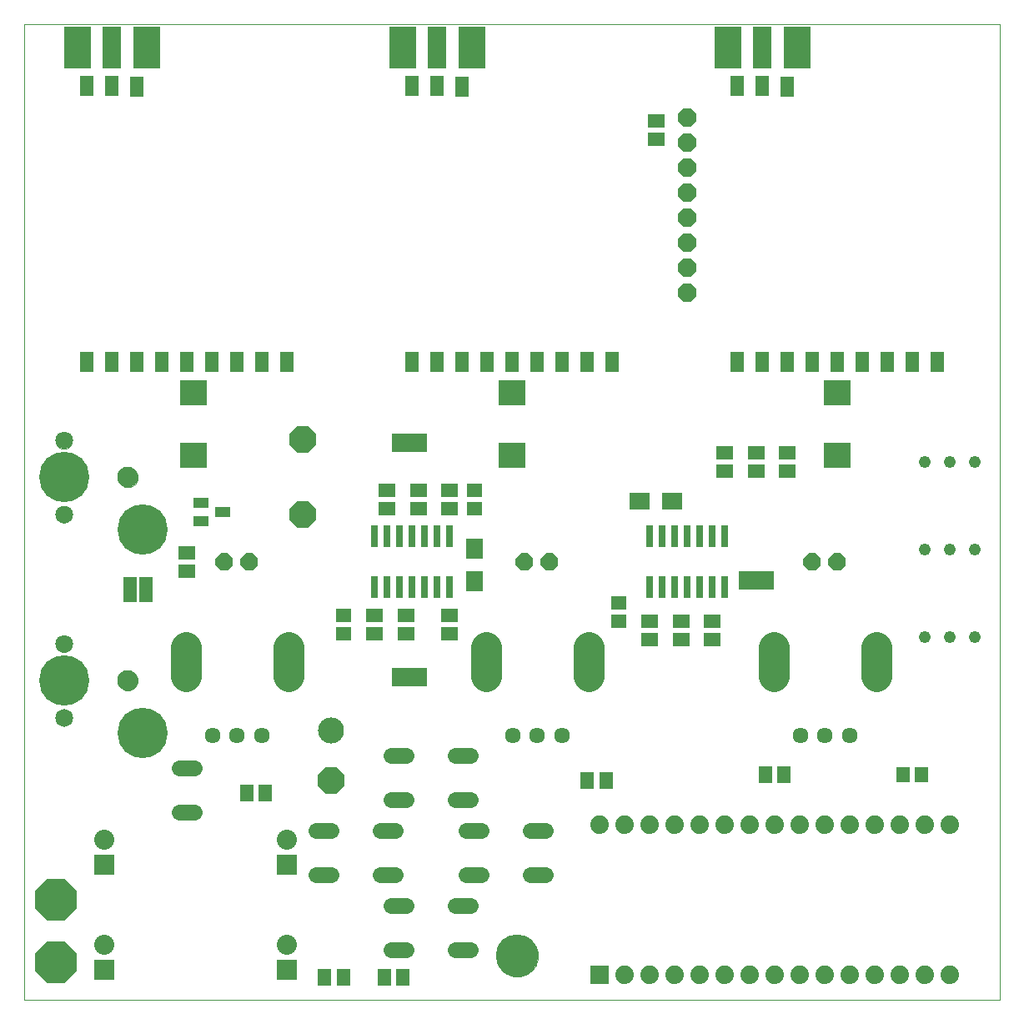
<source format=gts>
G75*
%MOIN*%
%OFA0B0*%
%FSLAX24Y24*%
%IPPOS*%
%LPD*%
%AMOC8*
5,1,8,0,0,1.08239X$1,22.5*
%
%ADD10C,0.0000*%
%ADD11C,0.1694*%
%ADD12R,0.0276X0.0906*%
%ADD13R,0.0670X0.0788*%
%ADD14R,0.0670X0.0552*%
%ADD15C,0.0480*%
%ADD16R,0.0740X0.0740*%
%ADD17C,0.0740*%
%ADD18R,0.1103X0.1044*%
%ADD19OC8,0.1040*%
%ADD20R,0.0552X0.0670*%
%ADD21OC8,0.0700*%
%ADD22R,0.0788X0.0670*%
%ADD23R,0.0552X0.0827*%
%ADD24C,0.0634*%
%ADD25R,0.0800X0.0800*%
%ADD26C,0.0800*%
%ADD27OC8,0.0740*%
%ADD28OC8,0.1680*%
%ADD29R,0.1390X0.0740*%
%ADD30C,0.1221*%
%ADD31C,0.0634*%
%ADD32C,0.2009*%
%ADD33C,0.0709*%
%ADD34C,0.0827*%
%ADD35R,0.0740X0.1690*%
%ADD36R,0.1090X0.1690*%
%ADD37R,0.0540X0.1040*%
%ADD38R,0.0631X0.0552*%
%ADD39R,0.0552X0.0631*%
%ADD40C,0.1040*%
%ADD41C,0.0640*%
%ADD42R,0.0591X0.0434*%
D10*
X003644Y000150D02*
X003644Y039150D01*
X042644Y039150D01*
X042644Y000150D01*
X003644Y000150D01*
X004884Y011424D02*
X004886Y011460D01*
X004892Y011496D01*
X004902Y011531D01*
X004915Y011565D01*
X004932Y011597D01*
X004952Y011627D01*
X004976Y011654D01*
X005002Y011679D01*
X005031Y011701D01*
X005062Y011720D01*
X005095Y011735D01*
X005129Y011747D01*
X005165Y011755D01*
X005201Y011759D01*
X005237Y011759D01*
X005273Y011755D01*
X005309Y011747D01*
X005343Y011735D01*
X005376Y011720D01*
X005407Y011701D01*
X005436Y011679D01*
X005462Y011654D01*
X005486Y011627D01*
X005506Y011597D01*
X005523Y011565D01*
X005536Y011531D01*
X005546Y011496D01*
X005552Y011460D01*
X005554Y011424D01*
X005552Y011388D01*
X005546Y011352D01*
X005536Y011317D01*
X005523Y011283D01*
X005506Y011251D01*
X005486Y011221D01*
X005462Y011194D01*
X005436Y011169D01*
X005407Y011147D01*
X005376Y011128D01*
X005343Y011113D01*
X005309Y011101D01*
X005273Y011093D01*
X005237Y011089D01*
X005201Y011089D01*
X005165Y011093D01*
X005129Y011101D01*
X005095Y011113D01*
X005062Y011128D01*
X005031Y011147D01*
X005002Y011169D01*
X004976Y011194D01*
X004952Y011221D01*
X004932Y011251D01*
X004915Y011283D01*
X004902Y011317D01*
X004892Y011352D01*
X004886Y011388D01*
X004884Y011424D01*
X007384Y012900D02*
X007386Y012939D01*
X007392Y012978D01*
X007402Y013016D01*
X007415Y013053D01*
X007432Y013088D01*
X007452Y013122D01*
X007476Y013153D01*
X007503Y013182D01*
X007532Y013208D01*
X007564Y013231D01*
X007598Y013251D01*
X007634Y013267D01*
X007671Y013279D01*
X007710Y013288D01*
X007749Y013293D01*
X007788Y013294D01*
X007827Y013291D01*
X007866Y013284D01*
X007903Y013273D01*
X007940Y013259D01*
X007975Y013241D01*
X008008Y013220D01*
X008039Y013195D01*
X008067Y013168D01*
X008092Y013138D01*
X008114Y013105D01*
X008133Y013071D01*
X008148Y013035D01*
X008160Y012997D01*
X008168Y012959D01*
X008172Y012920D01*
X008172Y012880D01*
X008168Y012841D01*
X008160Y012803D01*
X008148Y012765D01*
X008133Y012729D01*
X008114Y012695D01*
X008092Y012662D01*
X008067Y012632D01*
X008039Y012605D01*
X008008Y012580D01*
X007975Y012559D01*
X007940Y012541D01*
X007903Y012527D01*
X007866Y012516D01*
X007827Y012509D01*
X007788Y012506D01*
X007749Y012507D01*
X007710Y012512D01*
X007671Y012521D01*
X007634Y012533D01*
X007598Y012549D01*
X007564Y012569D01*
X007532Y012592D01*
X007503Y012618D01*
X007476Y012647D01*
X007452Y012678D01*
X007432Y012712D01*
X007415Y012747D01*
X007402Y012784D01*
X007392Y012822D01*
X007386Y012861D01*
X007384Y012900D01*
X004884Y014376D02*
X004886Y014412D01*
X004892Y014448D01*
X004902Y014483D01*
X004915Y014517D01*
X004932Y014549D01*
X004952Y014579D01*
X004976Y014606D01*
X005002Y014631D01*
X005031Y014653D01*
X005062Y014672D01*
X005095Y014687D01*
X005129Y014699D01*
X005165Y014707D01*
X005201Y014711D01*
X005237Y014711D01*
X005273Y014707D01*
X005309Y014699D01*
X005343Y014687D01*
X005376Y014672D01*
X005407Y014653D01*
X005436Y014631D01*
X005462Y014606D01*
X005486Y014579D01*
X005506Y014549D01*
X005523Y014517D01*
X005536Y014483D01*
X005546Y014448D01*
X005552Y014412D01*
X005554Y014376D01*
X005552Y014340D01*
X005546Y014304D01*
X005536Y014269D01*
X005523Y014235D01*
X005506Y014203D01*
X005486Y014173D01*
X005462Y014146D01*
X005436Y014121D01*
X005407Y014099D01*
X005376Y014080D01*
X005343Y014065D01*
X005309Y014053D01*
X005273Y014045D01*
X005237Y014041D01*
X005201Y014041D01*
X005165Y014045D01*
X005129Y014053D01*
X005095Y014065D01*
X005062Y014080D01*
X005031Y014099D01*
X005002Y014121D01*
X004976Y014146D01*
X004952Y014173D01*
X004932Y014203D01*
X004915Y014235D01*
X004902Y014269D01*
X004892Y014304D01*
X004886Y014340D01*
X004884Y014376D01*
X004884Y019549D02*
X004886Y019585D01*
X004892Y019621D01*
X004902Y019656D01*
X004915Y019690D01*
X004932Y019722D01*
X004952Y019752D01*
X004976Y019779D01*
X005002Y019804D01*
X005031Y019826D01*
X005062Y019845D01*
X005095Y019860D01*
X005129Y019872D01*
X005165Y019880D01*
X005201Y019884D01*
X005237Y019884D01*
X005273Y019880D01*
X005309Y019872D01*
X005343Y019860D01*
X005376Y019845D01*
X005407Y019826D01*
X005436Y019804D01*
X005462Y019779D01*
X005486Y019752D01*
X005506Y019722D01*
X005523Y019690D01*
X005536Y019656D01*
X005546Y019621D01*
X005552Y019585D01*
X005554Y019549D01*
X005552Y019513D01*
X005546Y019477D01*
X005536Y019442D01*
X005523Y019408D01*
X005506Y019376D01*
X005486Y019346D01*
X005462Y019319D01*
X005436Y019294D01*
X005407Y019272D01*
X005376Y019253D01*
X005343Y019238D01*
X005309Y019226D01*
X005273Y019218D01*
X005237Y019214D01*
X005201Y019214D01*
X005165Y019218D01*
X005129Y019226D01*
X005095Y019238D01*
X005062Y019253D01*
X005031Y019272D01*
X005002Y019294D01*
X004976Y019319D01*
X004952Y019346D01*
X004932Y019376D01*
X004915Y019408D01*
X004902Y019442D01*
X004892Y019477D01*
X004886Y019513D01*
X004884Y019549D01*
X007384Y021025D02*
X007386Y021064D01*
X007392Y021103D01*
X007402Y021141D01*
X007415Y021178D01*
X007432Y021213D01*
X007452Y021247D01*
X007476Y021278D01*
X007503Y021307D01*
X007532Y021333D01*
X007564Y021356D01*
X007598Y021376D01*
X007634Y021392D01*
X007671Y021404D01*
X007710Y021413D01*
X007749Y021418D01*
X007788Y021419D01*
X007827Y021416D01*
X007866Y021409D01*
X007903Y021398D01*
X007940Y021384D01*
X007975Y021366D01*
X008008Y021345D01*
X008039Y021320D01*
X008067Y021293D01*
X008092Y021263D01*
X008114Y021230D01*
X008133Y021196D01*
X008148Y021160D01*
X008160Y021122D01*
X008168Y021084D01*
X008172Y021045D01*
X008172Y021005D01*
X008168Y020966D01*
X008160Y020928D01*
X008148Y020890D01*
X008133Y020854D01*
X008114Y020820D01*
X008092Y020787D01*
X008067Y020757D01*
X008039Y020730D01*
X008008Y020705D01*
X007975Y020684D01*
X007940Y020666D01*
X007903Y020652D01*
X007866Y020641D01*
X007827Y020634D01*
X007788Y020631D01*
X007749Y020632D01*
X007710Y020637D01*
X007671Y020646D01*
X007634Y020658D01*
X007598Y020674D01*
X007564Y020694D01*
X007532Y020717D01*
X007503Y020743D01*
X007476Y020772D01*
X007452Y020803D01*
X007432Y020837D01*
X007415Y020872D01*
X007402Y020909D01*
X007392Y020947D01*
X007386Y020986D01*
X007384Y021025D01*
X004884Y022501D02*
X004886Y022537D01*
X004892Y022573D01*
X004902Y022608D01*
X004915Y022642D01*
X004932Y022674D01*
X004952Y022704D01*
X004976Y022731D01*
X005002Y022756D01*
X005031Y022778D01*
X005062Y022797D01*
X005095Y022812D01*
X005129Y022824D01*
X005165Y022832D01*
X005201Y022836D01*
X005237Y022836D01*
X005273Y022832D01*
X005309Y022824D01*
X005343Y022812D01*
X005376Y022797D01*
X005407Y022778D01*
X005436Y022756D01*
X005462Y022731D01*
X005486Y022704D01*
X005506Y022674D01*
X005523Y022642D01*
X005536Y022608D01*
X005546Y022573D01*
X005552Y022537D01*
X005554Y022501D01*
X005552Y022465D01*
X005546Y022429D01*
X005536Y022394D01*
X005523Y022360D01*
X005506Y022328D01*
X005486Y022298D01*
X005462Y022271D01*
X005436Y022246D01*
X005407Y022224D01*
X005376Y022205D01*
X005343Y022190D01*
X005309Y022178D01*
X005273Y022170D01*
X005237Y022166D01*
X005201Y022166D01*
X005165Y022170D01*
X005129Y022178D01*
X005095Y022190D01*
X005062Y022205D01*
X005031Y022224D01*
X005002Y022246D01*
X004976Y022271D01*
X004952Y022298D01*
X004932Y022328D01*
X004915Y022360D01*
X004902Y022394D01*
X004892Y022429D01*
X004886Y022465D01*
X004884Y022501D01*
X022517Y001900D02*
X022519Y001957D01*
X022525Y002014D01*
X022535Y002070D01*
X022548Y002126D01*
X022566Y002180D01*
X022587Y002233D01*
X022612Y002284D01*
X022640Y002334D01*
X022672Y002381D01*
X022706Y002427D01*
X022744Y002469D01*
X022785Y002509D01*
X022828Y002547D01*
X022874Y002581D01*
X022922Y002611D01*
X022972Y002639D01*
X023024Y002663D01*
X023078Y002683D01*
X023132Y002699D01*
X023188Y002712D01*
X023244Y002721D01*
X023301Y002726D01*
X023358Y002727D01*
X023415Y002724D01*
X023472Y002717D01*
X023528Y002706D01*
X023583Y002692D01*
X023637Y002673D01*
X023690Y002651D01*
X023741Y002626D01*
X023790Y002596D01*
X023837Y002564D01*
X023882Y002528D01*
X023924Y002490D01*
X023963Y002448D01*
X023999Y002404D01*
X024033Y002358D01*
X024063Y002309D01*
X024089Y002259D01*
X024112Y002207D01*
X024131Y002153D01*
X024147Y002098D01*
X024159Y002042D01*
X024167Y001985D01*
X024171Y001929D01*
X024171Y001871D01*
X024167Y001815D01*
X024159Y001758D01*
X024147Y001702D01*
X024131Y001647D01*
X024112Y001593D01*
X024089Y001541D01*
X024063Y001491D01*
X024033Y001442D01*
X023999Y001396D01*
X023963Y001352D01*
X023924Y001310D01*
X023882Y001272D01*
X023837Y001236D01*
X023790Y001204D01*
X023741Y001174D01*
X023690Y001149D01*
X023637Y001127D01*
X023583Y001108D01*
X023528Y001094D01*
X023472Y001083D01*
X023415Y001076D01*
X023358Y001073D01*
X023301Y001074D01*
X023244Y001079D01*
X023188Y001088D01*
X023132Y001101D01*
X023078Y001117D01*
X023024Y001137D01*
X022972Y001161D01*
X022922Y001189D01*
X022874Y001219D01*
X022828Y001253D01*
X022785Y001291D01*
X022744Y001331D01*
X022706Y001373D01*
X022672Y001419D01*
X022640Y001466D01*
X022612Y001516D01*
X022587Y001567D01*
X022566Y001620D01*
X022548Y001674D01*
X022535Y001730D01*
X022525Y001786D01*
X022519Y001843D01*
X022517Y001900D01*
D11*
X023344Y001900D03*
D12*
X020644Y016626D03*
X020144Y016626D03*
X019644Y016626D03*
X019144Y016626D03*
X018644Y016626D03*
X018144Y016626D03*
X017644Y016626D03*
X017644Y018674D03*
X018144Y018674D03*
X018644Y018674D03*
X019144Y018674D03*
X019644Y018674D03*
X020144Y018674D03*
X020644Y018674D03*
X028644Y018674D03*
X029144Y018674D03*
X029644Y018674D03*
X030144Y018674D03*
X030644Y018674D03*
X031144Y018674D03*
X031644Y018674D03*
X031644Y016626D03*
X031144Y016626D03*
X030644Y016626D03*
X030144Y016626D03*
X029644Y016626D03*
X029144Y016626D03*
X028644Y016626D03*
D13*
X021644Y016875D03*
X021644Y018175D03*
D14*
X020644Y019776D03*
X020644Y020524D03*
X019394Y020524D03*
X019394Y019776D03*
X018144Y019776D03*
X018144Y020524D03*
X017644Y015524D03*
X017644Y014776D03*
X018894Y014776D03*
X018894Y015524D03*
X020644Y015524D03*
X020644Y014776D03*
X028644Y014526D03*
X028644Y015274D03*
X029894Y015274D03*
X029894Y014526D03*
X031144Y014526D03*
X031144Y015274D03*
X031644Y021276D03*
X031644Y022024D03*
X032894Y022024D03*
X032894Y021276D03*
X034144Y021276D03*
X034144Y022024D03*
X028894Y034526D03*
X028894Y035274D03*
X010144Y018024D03*
X010144Y017276D03*
D15*
X039644Y018150D03*
X040644Y018150D03*
X041644Y018150D03*
X041644Y014650D03*
X040644Y014650D03*
X039644Y014650D03*
X039644Y021650D03*
X040644Y021650D03*
X041644Y021650D03*
D16*
X026644Y001150D03*
D17*
X027644Y001150D03*
X028644Y001150D03*
X029644Y001150D03*
X030644Y001150D03*
X031644Y001150D03*
X032644Y001150D03*
X033644Y001150D03*
X034644Y001150D03*
X035644Y001150D03*
X036644Y001150D03*
X037644Y001150D03*
X038644Y001150D03*
X039644Y001150D03*
X040644Y001150D03*
X040644Y007150D03*
X039644Y007150D03*
X038644Y007150D03*
X037644Y007150D03*
X036644Y007150D03*
X035644Y007150D03*
X034644Y007150D03*
X033644Y007150D03*
X032644Y007150D03*
X031644Y007150D03*
X030644Y007150D03*
X029644Y007150D03*
X028644Y007150D03*
X027644Y007150D03*
X026644Y007150D03*
D18*
X023144Y021902D03*
X023144Y024398D03*
X010394Y024398D03*
X010394Y021902D03*
X036144Y021902D03*
X036144Y024398D03*
D19*
X015894Y008900D03*
X014769Y019525D03*
X014769Y022525D03*
D20*
X026145Y008900D03*
X026893Y008900D03*
X033270Y009150D03*
X034018Y009150D03*
X018768Y001025D03*
X018020Y001025D03*
X016393Y001025D03*
X015645Y001025D03*
X013268Y008400D03*
X012520Y008400D03*
D21*
X012644Y017650D03*
X011644Y017650D03*
X023644Y017650D03*
X024644Y017650D03*
X035144Y017650D03*
X036144Y017650D03*
D22*
X029519Y020075D03*
X028219Y020075D03*
D23*
X027144Y025638D03*
X026144Y025638D03*
X025144Y025638D03*
X024144Y025638D03*
X023144Y025638D03*
X022144Y025638D03*
X021144Y025638D03*
X020144Y025638D03*
X019144Y025638D03*
X014144Y025638D03*
X013144Y025638D03*
X012144Y025638D03*
X011144Y025638D03*
X010144Y025638D03*
X009144Y025638D03*
X008144Y025638D03*
X007144Y025638D03*
X006144Y025638D03*
X006144Y036662D03*
X007144Y036662D03*
X008144Y036650D03*
X019144Y036662D03*
X020144Y036662D03*
X021144Y036650D03*
X032144Y036662D03*
X033144Y036662D03*
X034144Y036650D03*
X034144Y025638D03*
X035144Y025638D03*
X036144Y025638D03*
X037144Y025638D03*
X038144Y025638D03*
X039144Y025638D03*
X040144Y025638D03*
X033144Y025638D03*
X032144Y025638D03*
D24*
X021470Y009911D02*
X020877Y009911D01*
X018911Y009911D02*
X018318Y009911D01*
X018318Y008139D02*
X018911Y008139D01*
X018470Y006911D02*
X017877Y006911D01*
X017877Y005139D02*
X018470Y005139D01*
X018318Y003911D02*
X018911Y003911D01*
X020877Y003911D02*
X021470Y003911D01*
X021318Y005139D02*
X021911Y005139D01*
X023877Y005139D02*
X024470Y005139D01*
X024470Y006911D02*
X023877Y006911D01*
X021911Y006911D02*
X021318Y006911D01*
X021470Y008139D02*
X020877Y008139D01*
X015911Y006911D02*
X015318Y006911D01*
X015318Y005139D02*
X015911Y005139D01*
X018318Y002139D02*
X018911Y002139D01*
X020877Y002139D02*
X021470Y002139D01*
D25*
X014144Y001350D03*
X014144Y005550D03*
X006844Y005550D03*
X006844Y001350D03*
D26*
X006844Y002350D03*
X006844Y006550D03*
X014144Y006550D03*
X014144Y002350D03*
D27*
X030144Y028400D03*
X030144Y029400D03*
X030144Y030400D03*
X030144Y031400D03*
X030144Y032400D03*
X030144Y033400D03*
X030144Y034400D03*
X030144Y035400D03*
D28*
X004894Y004150D03*
X004894Y001650D03*
D29*
X019019Y013025D03*
X019019Y022400D03*
X032894Y016900D03*
D30*
X033597Y014241D02*
X033597Y013059D01*
X037691Y013059D02*
X037691Y014241D01*
X026191Y014241D02*
X026191Y013059D01*
X022097Y013059D02*
X022097Y014241D01*
X014191Y014241D02*
X014191Y013059D01*
X010097Y013059D02*
X010097Y014241D01*
D31*
X011160Y010697D03*
X012144Y010697D03*
X013128Y010697D03*
X023160Y010697D03*
X024144Y010697D03*
X025128Y010697D03*
X034660Y010697D03*
X035644Y010697D03*
X036628Y010697D03*
D32*
X008368Y010813D03*
X005219Y012900D03*
X008368Y018938D03*
X005219Y021025D03*
D33*
X005219Y022501D03*
X005219Y019549D03*
X005219Y014376D03*
X005219Y011424D03*
D34*
X007778Y012900D03*
X007778Y021025D03*
D35*
X007144Y038222D03*
X020144Y038222D03*
X033144Y038222D03*
D36*
X034520Y038222D03*
X031768Y038222D03*
X021520Y038222D03*
X018768Y038222D03*
X008520Y038222D03*
X005768Y038222D03*
D37*
X007874Y016530D03*
X008514Y016525D03*
D38*
X016394Y015524D03*
X016394Y014776D03*
X021644Y019776D03*
X021644Y020524D03*
X027394Y016024D03*
X027394Y015276D03*
D39*
X038770Y009150D03*
X039518Y009150D03*
D40*
X015894Y010900D03*
D41*
X010444Y009400D02*
X009844Y009400D01*
X009844Y007650D02*
X010444Y007650D01*
D42*
X010711Y019276D03*
X010711Y020024D03*
X011577Y019650D03*
M02*

</source>
